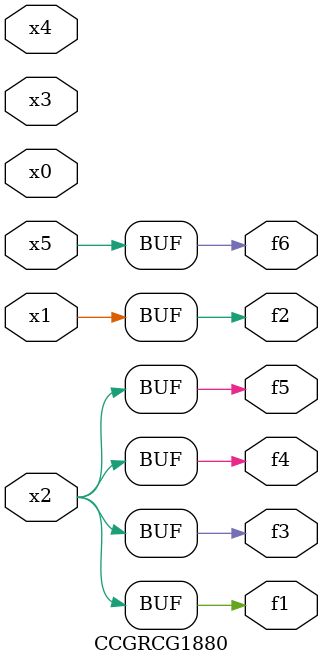
<source format=v>
module CCGRCG1880(
	input x0, x1, x2, x3, x4, x5,
	output f1, f2, f3, f4, f5, f6
);
	assign f1 = x2;
	assign f2 = x1;
	assign f3 = x2;
	assign f4 = x2;
	assign f5 = x2;
	assign f6 = x5;
endmodule

</source>
